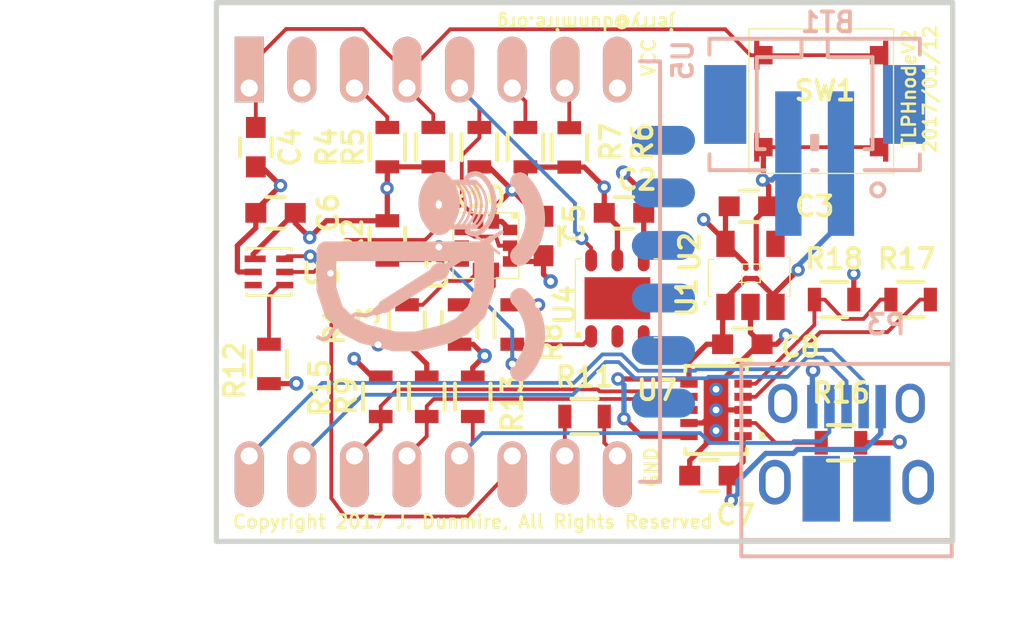
<source format=kicad_pcb>
(kicad_pcb (version 20221018) (generator pcbnew)
  (layers (0 "F.Cu" signal) (1 "In1.Cu" power "In1.Cu.GND") (2 "In2.Cu" power "In2.Cu.VCC") (31 "B.Cu" signal) (34 "B.Paste" user) (35 "F.Paste" user) (36 "B.SilkS" user "B.Silkscreen") (37 "F.SilkS" user "F.Silkscreen") (38 "B.Mask" user) (39 "F.Mask" user) (44 "Edge.Cuts" user))
  (net 0 "")
  (net 1 "GND")
  (net 2 "VCC")
  (net 3 "Net-(C4-Pad1)")
  (net 4 "Net-(R1-Pad2)")
  (net 5 "Net-(R2-Pad2)")
  (net 6 "Net-(R3-Pad2)")
  (net 7 "Net-(R4-Pad2)")
  (net 8 "Net-(R6-Pad1)")
  (net 9 "Net-(R7-Pad1)")
  (net 10 "Net-(R11-Pad1)")
  (net 11 "+BATT")
  (net 12 "/power/VDD")
  (net 13 "/node/PGM")
  (net 14 "/node/RXD")
  (net 15 "/node/TXD")
  (net 16 "/node/I2C_SDA")
  (net 17 "/node/CHRG")
  (net 18 "/node/I2C_SCL")
  (net 19 "Net-(R12-Pad2)")
  (net 20 "/node/CTRL")
  (net 21 "Net-(R16-Pad1)")
  (net 22 "Net-(R17-Pad2)")
  (net 23 "+3V3")
  (footprint "Capacitors_SMD:C_0603" (layer "F.Cu") (at 146 88.5)
    (fp_text reference "C2" (at 0.5 -1.25) (layer "F.SilkS") (effects (font (size 0.75 0.75))))
    (fp_text value "0.1 uF")
    (pad "1" smd rect (at -0.75 0) (size 0.8 0.75) (layers "F.Cu" "F.Paste" "F.Mask") (net 2 "VCC"))
    (pad "2" smd rect (at 0.75 0) (size 0.8 0.75) (layers "F.Cu" "F.Paste" "F.Mask") (net 1 "GND"))
  )
  (footprint "Capacitors_SMD:C_0603" (layer "F.Cu") (at 150.75 88.25)
    (fp_text reference "C3" (at 2.5 0) (layer "F.SilkS") (effects (font (size 0.75 0.75))))
    (fp_text value "1 uF")
    (pad "1" smd rect (at -0.75 0) (size 0.8 0.75) (layers "F.Cu" "F.Paste" "F.Mask") (net 2 "VCC"))
    (pad "2" smd rect (at 0.75 0) (size 0.8 0.75) (layers "F.Cu" "F.Paste" "F.Mask") (net 1 "GND"))
  )
  (footprint "Capacitors_SMD:C_0603" (layer "F.Cu") (at 132 86 -90)
    (fp_text reference "C4" (at 0 -1.3 270) (layer "F.SilkS") (effects (font (size 0.75 0.75))))
    (fp_text value "0.1 uF")
    (pad "1" smd rect (at -0.75 0 270) (size 0.8 0.75) (layers "F.Cu" "F.Paste" "F.Mask") (net 3 "Net-(C4-Pad1)"))
    (pad "2" smd rect (at 0.75 0 270) (size 0.8 0.75) (layers "F.Cu" "F.Paste" "F.Mask") (net 1 "GND"))
  )
  (footprint "Capacitors_SMD:C_0603" (layer "F.Cu") (at 142.94 89.38 -90)
    (fp_text reference "C5" (at -0.48 -1.16 270) (layer "F.SilkS") (effects (font (size 0.75 0.75))))
    (fp_text value "0.1 uF")
    (pad "1" smd rect (at -0.75 0 270) (size 0.8 0.75) (layers "F.Cu" "F.Paste" "F.Mask") (net 2 "VCC"))
    (pad "2" smd rect (at 0.75 0 270) (size 0.8 0.75) (layers "F.Cu" "F.Paste" "F.Mask") (net 1 "GND"))
  )
  (footprint "Capacitors_SMD:C_0603" (layer "F.Cu") (at 132.75 88.5 180)
    (fp_text reference "C6" (at -2 0 270) (layer "F.SilkS") (effects (font (size 0.75 0.75))))
    (fp_text value "0.1 uF")
    (pad "1" smd rect (at -0.75 0 180) (size 0.8 0.75) (layers "F.Cu" "F.Paste" "F.Mask") (net 2 "VCC"))
    (pad "2" smd rect (at 0.75 0 180) (size 0.8 0.75) (layers "F.Cu" "F.Paste" "F.Mask") (net 1 "GND"))
  )
  (footprint "Resistors_SMD:R_0603" (layer "F.Cu") (at 137.75 92.75 90)
    (fp_text reference "R1" (at -0.04 -2.75 90) (layer "F.SilkS") (effects (font (size 0.75 0.75))))
    (fp_text value "4.7k")
    (pad "1" smd rect (at -0.75 0 90) (size 0.5 0.9) (layers "F.Cu" "F.Paste" "F.Mask") (net 2 "VCC"))
    (pad "2" smd rect (at 0.75 0 90) (size 0.5 0.9) (layers "F.Cu" "F.Paste" "F.Mask") (net 4 "Net-(R1-Pad2)"))
  )
  (footprint "Resistors_SMD:R_0603" (layer "F.Cu") (at 137 89.55 -90)
    (fp_text reference "R2" (at -0.1 1.33 270) (layer "F.SilkS") (effects (font (size 0.75 0.75))))
    (fp_text value "4.7k")
    (pad "1" smd rect (at -0.75 0 270) (size 0.5 0.9) (layers "F.Cu" "F.Paste" "F.Mask") (net 2 "VCC"))
    (pad "2" smd rect (at 0.75 0 270) (size 0.5 0.9) (layers "F.Cu" "F.Paste" "F.Mask") (net 5 "Net-(R2-Pad2)"))
  )
  (footprint "Resistors_SMD:R_0603" (layer "F.Cu") (at 139.75 92.75 90)
    (fp_text reference "R3" (at -0.05 -3.45 90) (layer "F.SilkS") (effects (font (size 0.75 0.75))))
    (fp_text value "4.7k")
    (pad "1" smd rect (at -0.75 0 90) (size 0.5 0.9) (layers "F.Cu" "F.Paste" "F.Mask") (net 2 "VCC"))
    (pad "2" smd rect (at 0.75 0 90) (size 0.5 0.9) (layers "F.Cu" "F.Paste" "F.Mask") (net 6 "Net-(R3-Pad2)"))
  )
  (footprint "Resistors_SMD:R_0603" (layer "F.Cu") (at 137 86 90)
    (fp_text reference "R4" (at 0 -2.3 90) (layer "F.SilkS") (effects (font (size 0.75 0.75))))
    (fp_text value "4.7k")
    (pad "1" smd rect (at -0.75 0 90) (size 0.5 0.9) (layers "F.Cu" "F.Paste" "F.Mask") (net 2 "VCC"))
    (pad "2" smd rect (at 0.75 0 90) (size 0.5 0.9) (layers "F.Cu" "F.Paste" "F.Mask") (net 7 "Net-(R4-Pad2)"))
  )
  (footprint "Resistors_SMD:R_0603" (layer "F.Cu") (at 138.75 86 90)
    (fp_text reference "R5" (at 0 -3.05 90) (layer "F.SilkS") (effects (font (size 0.75 0.75))))
    (fp_text value "10k")
    (pad "1" smd rect (at -0.75 0 90) (size 0.5 0.9) (layers "F.Cu" "F.Paste" "F.Mask") (net 2 "VCC"))
    (pad "2" smd rect (at 0.75 0 90) (size 0.5 0.9) (layers "F.Cu" "F.Paste" "F.Mask") (net 3 "Net-(C4-Pad1)"))
  )
  (footprint "Resistors_SMD:R_0603" (layer "F.Cu") (at 143.92 86.01 -90)
    (fp_text reference "R6" (at -0.21 -2.78 270) (layer "F.SilkS") (effects (font (size 0.75 0.75))))
    (fp_text value "10k")
    (pad "1" smd rect (at -0.75 0 270) (size 0.5 0.9) (layers "F.Cu" "F.Paste" "F.Mask") (net 8 "Net-(R6-Pad1)"))
    (pad "2" smd rect (at 0.75 0 270) (size 0.5 0.9) (layers "F.Cu" "F.Paste" "F.Mask") (net 2 "VCC"))
  )
  (footprint "Resistors_SMD:R_0603" (layer "F.Cu") (at 142.25 86 -90)
    (fp_text reference "R7" (at -0.2 -3.25 270) (layer "F.SilkS") (effects (font (size 0.75 0.75))))
    (fp_text value "10k")
    (pad "1" smd rect (at -0.75 0 270) (size 0.5 0.9) (layers "F.Cu" "F.Paste" "F.Mask") (net 9 "Net-(R7-Pad1)"))
    (pad "2" smd rect (at 0.75 0 270) (size 0.5 0.9) (layers "F.Cu" "F.Paste" "F.Mask") (net 2 "VCC"))
  )
  (footprint "Resistors_SMD:R_0603" (layer "F.Cu") (at 141.75 92.75 -90)
    (fp_text reference "R8" (at 0.67 -1.5 270) (layer "F.SilkS") (effects (font (size 0.75 0.75))))
    (fp_text value "4.7k")
    (pad "1" smd rect (at -0.75 0 270) (size 0.5 0.9) (layers "F.Cu" "F.Paste" "F.Mask") (net 2 "VCC"))
    (pad "2" smd rect (at 0.75 0 270) (size 0.5 0.9) (layers "F.Cu" "F.Paste" "F.Mask") (net 16 "/node/I2C_SDA"))
  )
  (footprint "Resistors_SMD:R_0603" (layer "F.Cu") (at 138.5 95.5 -90)
    (fp_text reference "R9" (at -0.04 3.07 270) (layer "F.SilkS") (effects (font (size 0.75 0.75))))
    (fp_text value "10k")
    (pad "1" smd rect (at -0.75 0 270) (size 0.5 0.9) (layers "F.Cu" "F.Paste" "F.Mask") (net 2 "VCC"))
    (pad "2" smd rect (at 0.75 0 270) (size 0.5 0.9) (layers "F.Cu" "F.Paste" "F.Mask") (net 17 "/node/CHRG"))
  )
  (footprint "Resistors_SMD:R_0603" (layer "F.Cu") (at 140.5 86 90)
    (fp_text reference "R10" (at -1.9 -0.1 180) (layer "F.SilkS") (effects (font (size 0.75 0.75))))
    (fp_text value "4.7k")
    (pad "1" smd rect (at -0.75 0 90) (size 0.5 0.9) (layers "F.Cu" "F.Paste" "F.Mask") (net 2 "VCC"))
    (pad "2" smd rect (at 0.75 0 90) (size 0.5 0.9) (layers "F.Cu" "F.Paste" "F.Mask") (net 18 "/node/I2C_SCL"))
  )
  (footprint "Resistors_SMD:R_0603" (layer "F.Cu") (at 144.5 96.25)
    (fp_text reference "R11" (at 0 -1.5) (layer "F.SilkS") (effects (font (size 0.75 0.75))))
    (fp_text value "4.7k")
    (pad "1" smd rect (at -0.75 0) (size 0.5 0.9) (layers "F.Cu" "F.Paste" "F.Mask") (net 10 "Net-(R11-Pad1)"))
    (pad "2" smd rect (at 0.75 0) (size 0.5 0.9) (layers "F.Cu" "F.Paste" "F.Mask") (net 1 "GND"))
  )
  (footprint "Resistors_SMD:R_0603" (layer "F.Cu") (at 132.5 94.25 90)
    (fp_text reference "R12" (at -0.25 -1.3 90) (layer "F.SilkS") (effects (font (size 0.75 0.75))))
    (fp_text value "4.7k")
    (pad "1" smd rect (at -0.75 0 90) (size 0.5 0.9) (layers "F.Cu" "F.Paste" "F.Mask") (net 2 "VCC"))
    (pad "2" smd rect (at 0.75 0 90) (size 0.5 0.9) (layers "F.Cu" "F.Paste" "F.Mask") (net 19 "Net-(R12-Pad2)"))
  )
  (footprint "Resistors_SMD:R_0603" (layer "F.Cu") (at 140.25 95.5 -90)
    (fp_text reference "R13" (at 0.25 -1.5 270) (layer "F.SilkS") (effects (font (size 0.75 0.75))))
    (fp_text value "4.7k")
    (pad "1" smd rect (at -0.75 0 270) (size 0.5 0.9) (layers "F.Cu" "F.Paste" "F.Mask") (net 2 "VCC"))
    (pad "2" smd rect (at 0.75 0 270) (size 0.5 0.9) (layers "F.Cu" "F.Paste" "F.Mask") (net 13 "/node/PGM"))
  )
  (footprint "rockingdlabs:ESwitch-SMD-4" (layer "F.Cu") (at 153.5 84.25 180)
    (fp_text reference "SW1" (at -0.14 0.4 180) (layer "F.SilkS") (effects (font (size 0.75 0.75))))
    (fp_text value "Reset")
    (pad "1" smd rect (at -2.45 -1.75 180) (size 0.2 1.1) (layers "F.Cu" "F.Paste" "F.Mask") (net 1 "GND"))
    (pad "1" smd rect (at -2.2 -1.75 180) (size 0.7 0.7) (layers "F.Cu" "F.Paste" "F.Mask") (net 1 "GND"))
    (pad "1" smd rect (at 2.2 -1.75 180) (size 0.7 0.7) (layers "F.Cu" "F.Paste" "F.Mask") (net 1 "GND"))
    (pad "1" smd rect (at 2.45 -1.75 180) (size 0.2 1.1) (layers "F.Cu" "F.Paste" "F.Mask") (net 1 "GND"))
    (pad "2" smd rect (at -2.45 1.75 180) (size 0.2 1.1) (layers "F.Cu" "F.Paste" "F.Mask") (net 3 "Net-(C4-Pad1)"))
    (pad "2" smd rect (at -2.2 1.75 180) (size 0.7 0.7) (layers "F.Cu" "F.Paste" "F.Mask") (net 3 "Net-(C4-Pad1)"))
    (pad "2" smd rect (at 2.2 1.75 180) (size 0.7 0.7) (layers "F.Cu" "F.Paste" "F.Mask") (net 3 "Net-(C4-Pad1)"))
    (pad "2" smd rect (at 2.45 1.75 180) (size 0.2 1.1) (layers "F.Cu" "F.Paste" "F.Mask") (net 3 "Net-(C4-Pad1)"))
  )
  (footprint "rockingdlabs:NCP703-TSOP-5" (layer "F.Cu") (at 150.81 90.88 180)
    (fp_text reference "U1" (at 2.42 -0.84 90) (layer "F.SilkS") (effects (font (size 0.75 0.75))))
    (fp_text value "NCP703")
    (pad "1" smd rect (at 0.95 -1.2 180) (size 0.7 1) (layers "F.Cu" "F.Paste" "F.Mask") (net 11 "+BATT"))
    (pad "2" smd rect (at 0 -1.2 180) (size 0.7 1) (layers "F.Cu" "F.Paste" "F.Mask") (net 1 "GND"))
    (pad "3" smd rect (at -0.95 -1.2 180) (size 0.7 1) (layers "F.Cu" "F.Paste" "F.Mask") (net 11 "+BATT"))
    (pad "4" smd rect (at -0.95 1.2 180) (size 0.7 1) (layers "F.Cu" "F.Paste" "F.Mask"))
    (pad "5" smd rect (at 0.95 1.2 180) (size 0.7 1) (layers "F.Cu" "F.Paste" "F.Mask") (net 2 "VCC"))
  )
  (footprint "rockingdlabs:LD39130S-FlipChip-4" (layer "F.Cu") (at 150.83 90.8 90)
    (fp_text reference "U2" (at 0.8 -2.33 90) (layer "F.SilkS") (effects (font (size 0.75 0.75))))
    (fp_text value "LD39130S")
    (pad "A1" smd circle (at -0.2 -0.2 90) (size 0.22 0.22) (layers "F.Cu" "F.Paste" "F.Mask") (net 11 "+BATT"))
    (pad "A2" smd circle (at 0.2 -0.2 90) (size 0.22 0.22) (layers "F.Cu" "F.Paste" "F.Mask") (net 2 "VCC"))
    (pad "B1" smd circle (at -0.2 0.2 90) (size 0.22 0.22) (layers "F.Cu" "F.Paste" "F.Mask") (net 11 "+BATT"))
    (pad "B2" smd circle (at 0.2 0.2 90) (size 0.22 0.22) (layers "F.Cu" "F.Paste" "F.Mask") (net 1 "GND"))
  )
  (footprint "rockingdlabs:LPS25HB-HLGA-10L-2.5x2.5mm" (layer "F.Cu") (at 140.75 89.75 -90)
    (fp_text reference "U3" (at 0.95 1.85 90) (layer "F.SilkS") (effects (font (size 0.75 0.75))))
    (fp_text value "LPS25HB")
    (pad "1" smd rect (at -0.92 -0.3 270) (size 0.55 0.4) (layers "F.Cu" "F.Paste" "F.Mask") (net 2 "VCC"))
    (pad "2" smd rect (at -0.92 0.3 270) (size 0.55 0.4) (layers "F.Cu" "F.Paste" "F.Mask") (net 18 "/node/I2C_SCL"))
    (pad "3" smd rect (at -0.6 0.92 270) (size 0.4 0.55) (layers "F.Cu" "F.Paste" "F.Mask") (net 1 "GND"))
    (pad "4" smd rect (at 0 0.92 270) (size 0.4 0.55) (layers "F.Cu" "F.Paste" "F.Mask") (net 16 "/node/I2C_SDA"))
    (pad "5" smd rect (at 0.6 0.92 270) (size 0.4 0.55) (layers "F.Cu" "F.Paste" "F.Mask") (net 5 "Net-(R2-Pad2)"))
    (pad "6" smd rect (at 0.92 0.3 270) (size 0.55 0.4) (layers "F.Cu" "F.Paste" "F.Mask") (net 4 "Net-(R1-Pad2)"))
    (pad "7" smd rect (at 0.92 -0.3 270) (size 0.55 0.4) (layers "F.Cu" "F.Paste" "F.Mask") (net 6 "Net-(R3-Pad2)"))
    (pad "8" smd rect (at 0.6 -0.92 270) (size 0.4 0.55) (layers "F.Cu" "F.Paste" "F.Mask") (net 1 "GND"))
    (pad "9" smd rect (at 0 -0.92 270) (size 0.4 0.55) (layers "F.Cu" "F.Paste" "F.Mask") (net 1 "GND"))
    (pad "10" smd rect (at -0.6 -0.92 270) (size 0.4 0.55) (layers "F.Cu" "F.Paste" "F.Mask") (net 2 "VCC"))
  )
  (footprint "rockingdlabs:Si7006_A20-DFN-6" (layer "F.Cu") (at 145.75 91.75 90)
    (fp_text reference "U4" (at -0.25 -2 270) (layer "F.SilkS") (effects (font (size 0.75 0.75))))
    (fp_text value "Si7006-A20")
    (pad "" smd rect (at 0 0 90) (size 1.6 2.5) (layers "F.Cu" "F.Paste" "F.Mask"))
    (pad "1" smd oval (at -1.45 -1 90) (size 0.85 0.45) (layers "F.Cu" "F.Paste" "F.Mask") (net 16 "/node/I2C_SDA"))
    (pad "2" smd oval (at -1.45 0 90) (size 0.85 0.45) (layers "F.Cu" "F.Paste" "F.Mask"))
    (pad "3" smd oval (at -1.45 1 90) (size 0.85 0.45) (layers "F.Cu" "F.Paste" "F.Mask"))
    (pad "4" smd oval (at 1.45 1 90) (size 0.85 0.45) (layers "F.Cu" "F.Paste" "F.Mask") (net 1 "GND"))
    (pad "5" smd oval (at 1.45 0 90) (size 0.85 0.45) (layers "F.Cu" "F.Paste" "F.Mask") (net 2 "VCC"))
    (pad "6" smd oval (at 1.45 -1 90) (size 0.85 0.45) (layers "F.Cu" "F.Paste" "F.Mask") (net 18 "/node/I2C_SCL"))
  )
  (footprint "rockingdlabs:ISL29035-DFN-6-1.5x1.6mm_Pitch0.5mm" (layer "F.Cu") (at 132.5 90.75)
    (fp_text reference "U6" (at 2 0.05) (layer "F.SilkS") (effects (font (size 0.75 0.75))))
    (fp_text value "ISL29035")
    (pad "1" smd rect (at -0.6 -0.5) (size 0.8 0.25) (drill (offset 0.075 0)) (layers "F.Cu" "F.Paste" "F.Mask") (net 2 "VCC"))
    (pad "2" smd rect (at -0.6 0) (size 0.65 0.25) (layers "F.Cu" "F.Paste" "F.Mask") (net 1 "GND"))
    (pad "3" smd rect (at -0.6 0.5) (size 0.65 0.25) (layers "F.Cu" "F.Paste" "F.Mask"))
    (pad "4" smd rect (at 0.6 0.5) (size 0.65 0.25) (layers "F.Cu" "F.Paste" "F.Mask") (net 19 "Net-(R12-Pad2)"))
    (pad "5" smd rect (at 0.6 0) (size 0.65 0.25) (layers "F.Cu" "F.Paste" "F.Mask") (net 18 "/node/I2C_SCL"))
    (pad "6" smd rect (at 0.6 -0.5) (size 0.65 0.25) (layers "F.Cu" "F.Paste" "F.Mask") (net 16 "/node/I2C_SDA"))
  )
  (footprint "Capacitors_SMD:C_0603" (layer "F.Cu") (at 149.25 98.5 180)
    (fp_text reference "C7" (at -1 -1.5 180) (layer "F.SilkS") (effects (font (size 0.75 0.75))))
    (fp_text value "1 uF")
    (pad "1" smd rect (at -0.75 0 180) (size 0.8 0.75) (layers "F.Cu" "F.Paste" "F.Mask") (net 12 "/power/VDD"))
    (pad "2" smd rect (at 0.75 0 180) (size 0.8 0.75) (layers "F.Cu" "F.Paste" "F.Mask") (net 1 "GND"))
  )
  (footprint "Capacitors_SMD:C_0603" (layer "F.Cu") (at 150.5 93.5)
    (fp_text reference "C8" (at 2.2 0.1) (layer "F.SilkS") (effects (font (size 0.75 0.75))))
    (fp_text value "2 uF")
    (pad "1" smd rect (at -0.75 0) (size 0.8 0.75) (layers "F.Cu" "F.Paste" "F.Mask") (net 11 "+BATT"))
    (pad "2" smd rect (at 0.75 0) (size 0.8 0.75) (layers "F.Cu" "F.Paste" "F.Mask") (net 1 "GND"))
  )
  (footprint "Resistors_SMD:R_0603" (layer "F.Cu") (at 136.75 95.5 90)
    (fp_text reference "R15" (at 0.34 -2.31 90) (layer "F.SilkS") (effects (font (size 0.75 0.75))))
    (fp_text value "10k")
    (pad "1" smd rect (at -0.75 0 90) (size 0.5 0.9) (layers "F.Cu" "F.Paste" "F.Mask") (net 20 "/node/CTRL"))
    (pad "2" smd rect (at 0.75 0 90) (size 0.5 0.9) (layers "F.Cu" "F.Paste" "F.Mask") (net 1 "GND"))
  )
  (footprint "Resistors_SMD:R_0603" (layer "F.Cu") (at 154.25 97.25)
    (fp_text reference "R16" (at 0 -1.9) (layer "F.SilkS") (effects (font (size 0.75 0.75))))
    (fp_text value "1k")
    (pad "1" smd rect (at -0.75 0) (size 0.5 0.9) (layers "F.Cu" "F.Paste" "F.Mask") (net 21 "Net-(R16-Pad1)"))
    (pad "2" smd rect (at 0.75 0) (size 0.5 0.9) (layers "F.Cu" "F.Paste" "F.Mask") (net 1 "GND"))
  )
  (footprint "Resistors_SMD:R_0603" (layer "F.Cu") (at 156.9 91.8 180)
    (fp_text reference "R17" (at 0.15 1.55 180) (layer "F.SilkS") (effects (font (size 0.75 0.75))))
    (fp_text value "487k")
    (pad "1" smd rect (at -0.75 0 180) (size 0.5 0.9) (layers "F.Cu" "F.Paste" "F.Mask") (net 23 "+3V3"))
    (pad "2" smd rect (at 0.75 0 180) (size 0.5 0.9) (layers "F.Cu" "F.Paste" "F.Mask") (net 22 "Net-(R17-Pad2)"))
  )
  (footprint "Resistors_SMD:R_0603" (layer "F.Cu") (at 153.99 91.8)
    (fp_text reference "R18" (at 0 -1.55) (layer "F.SilkS") (effects (font (size 0.75 0.75))))
    (fp_text value "100k")
    (pad "1" smd rect (at -0.75 0) (size 0.5 0.9) (layers "F.Cu" "F.Paste" "F.Mask") (net 22 "Net-(R17-Pad2)"))
    (pad "2" smd rect (at 0.75 0) (size 0.5 0.9) (layers "F.Cu" "F.Paste" "F.Mask") (net 1 "GND"))
  )
  (footprint "rockingdlabs:bq25070_DQC_10-DQC10_P84X2P4" (layer "F.Cu") (at 149.5 96 180)
    (fp_text reference "U7" (at 2.25 0.75 180) (layer "F.SilkS") (effects (font (size 0.75 0.75))))
    (fp_text value "bq25070" hide)
    (pad "1" smd rect (at -1.0287 -0.99822 180) (size 0.6604 0.3048) (layers "F.Cu" "F.Paste" "F.Mask") (net 12 "/power/VDD"))
    (pad "2" smd rect (at -1.0287 -0.49784 180) (size 0.6604 0.3048) (layers "F.Cu" "F.Paste" "F.Mask") (net 21 "Net-(R16-Pad1)"))
    (pad "3" smd rect (at -1.0287 0 180) (size 0.6604 0.3048) (layers "F.Cu" "F.Paste" "F.Mask") (net 1 "GND"))
    (pad "4" smd rect (at -1.0287 0.49784 180) (size 0.6604 0.3048) (layers "F.Cu" "F.Paste" "F.Mask") (net 23 "+3V3"))
    (pad "5" smd rect (at -1.0287 0.99822 180) (size 0.6604 0.3048) (layers "F.Cu" "F.Paste" "F.Mask") (net 22 "Net-(R17-Pad2)"))
    (pad "6" smd rect (at 1.0287 0.99822 180) (size 0.6604 0.3048) (layers "F.Cu" "F.Paste" "F.Mask") (net 11 "+BATT"))
    (pad "7" smd rect (at 1.0287 0.49784 180) (size 0.6604 0.3048) (layers "F.Cu" "F.Paste" "F.Mask") (net 20 "/node/CTRL"))
    (pad "8" smd rect (at 1.0287 0 180) (size 0.6604 0.3048) (layers "F.Cu" "F.Paste" "F.Mask") (net 17 "/node/CHRG"))
    (pad "9" smd rect (at 1.0287 -0.49784 180) (size 0.6604 0.3048) (layers "F.Cu" "F.Paste" "F.Mask") (net 1 "GND"))
    (pad "10" smd rect (at 1.0287 -0.99822 180) (size 0.6604 0.3048) (layers "F.Cu" "F.Paste" "F.Mask") (net 11 "+BATT"))
    (pad "11" thru_hole circle (at 0 -0.7874 180) (size 0.508 0.508) (drill 0.254) (layers "*.Cu" "*.Paste" "*.Mask") (net 1 "GND"))
    (pad "11" thru_hole circle (at 0 0 180) (size 0.508 0.508) (drill 0.254) (layers "*.Cu" "*.Paste" "*.Mask") (net 1 "GND"))
    (pad "11" smd rect (at 0 0 180) (size 0.9398 2.5146) (layers "F.Cu" "F.Paste" "F.Mask") (net 1 "GND"))
    (pad "11" thru_hole circle (at 0 0.7874 180) (size 0.508 0.508) (drill 0.254) (layers "*.Cu" "*.Paste" "*.Mask") (net 1 "GND"))
  )
  (footprint "ESP8266:ESP-12E" (layer "B.Cu") (at 131.75 83.75 -90)
    (fp_text reference "U5" (at -1.06 -16.49 270) (layer "B.SilkS") (effects (font (size 0.75 0.75)) (justify mirror)))
    (fp_text value "ESP-12E")
    (pad "1" thru_hole rect (at 0 0 270) (size 2.5 1.1) (drill 0.65 (offset -0.7 0)) (layers "*.Cu" "*.Mask" "B.SilkS") (net 3 "Net-(C4-Pad1)"))
    (pad "2" thru_hole oval (at 0 -2 270) (size 2.5 1.1) (drill 0.65 (offset -0.7 0)) (layers "*.Cu" "*.Mask" "B.SilkS"))
    (pad "3" thru_hole oval (at 0 -4 270) (size 2.5 1.1) (drill 0.65 (offset -0.7 0)) (layers "*.Cu" "*.Mask" "B.SilkS") (net 7 "Net-(R4-Pad2)"))
    (pad "4" thru_hole oval (at 0 -6 270) (size 2.5 1.1) (drill 0.65 (offset -0.7 0)) (layers "*.Cu" "*.Mask" "B.SilkS") (net 3 "Net-(C4-Pad1)"))
    (pad "5" thru_hole oval (at 0 -8 270) (size 2.5 1.1) (drill 0.65 (offset -0.7 0)) (layers "*.Cu" "*.Mask" "B.SilkS") (net 18 "/node/I2C_SCL"))
    (pad "6" thru_hole oval (at 0 -10 270) (size 2.5 1.1) (drill 0.65 (offset -0.7 0)) (layers "*.Cu" "*.Mask" "B.SilkS") (net 9 "Net-(R7-Pad1)"))
    (pad "7" thru_hole oval (at 0 -12 270) (size 2.5 1.1) (drill 0.65 (offset -0.7 0)) (layers "*.Cu" "*.Mask" "B.SilkS") (net 8 "Net-(R6-Pad1)"))
    (pad "8" thru_hole oval (at 0 -14 270) (size 2.5 1.1) (drill 0.65 (offset -0.7 0)) (layers "*.Cu" "*.Mask" "B.SilkS") (net 2 "VCC"))
    (pad "9" thru_hole oval (at 14 -14 270) (size 2.5 1.1) (drill 0.65 (offset 0.7 0)) (layers "*.Cu" "*.Mask" "B.SilkS") (net 1 "GND"))
    (pad "10" thru_hole oval (at 14 -12 270) (size 2.5 1.1) (drill 0.65 (offset 0.6 0)) (layers "*.Cu" "*.Mask" "B.SilkS") (net 10 "Net-(R11-Pad1)"))
    (pad "11" thru_hole oval (at 14 -10 270) (size 2.5 1.1) (drill 0.65 (offset 0.7 0)) (layers "*.Cu" "*.Mask" "B.SilkS") (net 16 "/node/I2C_SDA"))
    (pad "12" thru_hole oval (at 14 -8 270) (size 2.5 1.1) (drill 0.65 (offset 0.7 0)) (layers "*.Cu" "*.Mask" "B.SilkS") (net 13 "/node/PGM"))
    (pad "13" thru_hole oval (at 14 -6 270) (size 2.5 1.1) (drill 0.65 (offset 0.7 0)) (layers "*.Cu" "*.Mask" "B.SilkS") (net 17 "/node/CHRG"))
    (pad "14" thru_hole oval (at 14 -4 270) (size 2.5 1.1) (drill 0.65 (offset 0.7 0)) (layers "*.Cu" "*.Mask" "B.SilkS") (net 20 "/node/CTRL"))
    (pad "15" thru_hole oval (at 14 -2 270) (size 2.5 1.1) (drill 0.65 (offset 0.7 0)) (layers "*.Cu" "*.Mask" "B.SilkS") (net 14 "/node/RXD"))
    (pad "16" thru_hole oval (at 14 0 270) (size 2.5 1.1) (drill 0.65 (offset 0.7 0)) (layers "*.Cu" "*.Mask" "B.SilkS") (net 15 "/node/TXD"))
    (pad "17" smd oval (at 1.99 -15.75 180) (size 2.4 1.1) (layers "B.Cu" "B.Paste" "B.Mask"))
    (pad "18" smd oval (at 3.99 -15.75 180) (size 2.4 1.1) (layers "B.Cu" "B.Paste" "B.Mask"))
    (pad "19" smd oval (at 5.99 -15.75 180) (size 2.4 1.1) (layers "B.Cu" "B.Paste" "B.Mask"))
    (pad "20" smd oval (at 7.99 -15.75 180) (size 2.4 1.1) (layers "B.Cu" "B.Paste" "B.Mask"))
    (pad "21" smd oval (at 9.99 -15.75 180) (size 2.4 1.1) (layers "B.Cu" "B.Paste" "B.Mask"))
    (pad "22" smd oval (at 11.99 -15.75 180) (size 2.4 1.1) (layers "B.Cu" "B.Paste" "B.Mask"))
  )
  (footprint "Connectors_JST:JST_PH_B2B-PH-SM4-TB_02x2.00mm_Straight" (layer "B.Cu") (at 153.25 85.5 180)
    (fp_text reference "BT1" (at -0.5 4.25 180) (layer "B.SilkS") (effects (font (size 0.75 0.75)) (justify mirror)))
    (fp_text value "LiFeP04")
    (pad "" smd rect (at -3.4 1.125 180) (size 1.6 3) (layers "B.Cu" "B.Paste" "B.Mask"))
    (pad "" smd rect (at 3.4 1.125 180) (size 1.6 3) (layers "B.Cu" "B.Paste" "B.Mask"))
    (pad "1" smd rect (at -1 -1.125 180) (size 1 5.5) (layers "B.Cu" "B.Paste" "B.Mask") (net 11 "+BATT"))
    (pad "2" smd rect (at 1 -1.125 180) (size 1 5.5) (layers "B.Cu" "B.Paste" "B.Mask") (net 1 "GND"))
  )
  (footprint "Connect:USB_Micro-B_10103594-0001LF" (layer "B.Cu") (at 154.4625 97.375 180)
    (fp_text reference "P3" (at -1.5 4.625 180) (layer "B.SilkS") (effects (font (size 0.75 0.75)) (justify mirror)))
    (fp_text value "USB (power only)")
    (pad "1" smd rect (at -1.3 1.5 90) (size 1.65 0.4) (layers "B.Cu" "B.Paste" "B.Mask") (net 12 "/power/VDD"))
    (pad "2" smd rect (at -0.65 1.5 90) (size 1.65 0.4) (layers "B.Cu" "B.Paste" "B.Mask") (net 15 "/node/TXD"))
    (pad "3" smd rect (at -0.0009 1.5 90) (size 1.65 0.4) (layers "B.Cu" "B.Paste" "B.Mask") (net 14 "/node/RXD"))
    (pad "4" smd rect (at 0.65 1.5 90) (size 1.65 0.4) (layers "B.Cu" "B.Paste" "B.Mask") (net 13 "/node/PGM"))
    (pad "5" smd rect (at 1.3 1.5 90) (size 1.65 0.4) (layers "B.Cu" "B.Paste" "B.Mask") (net 1 "GND"))
    (pad "6" thru_hole oval (at -2.725 -1.375 90) (size 1.7 1.2) (drill oval 1.2 0.7) (layers "*.Cu" "*.Mask"))
    (pad "6" thru_hole oval (at -2.425 1.625 90) (size 1.5 1.1) (drill oval 1.05 0.65) (layers "*.Cu" "*.Mask"))
    (pad "6" smd rect (at -0.9625 -1.625 90) (size 2.5 1.425) (layers "B.Cu" "B.Paste" "B.Mask"))
    (pad "6" smd rect (at 0.9625 -1.625 90) (size 2.5 1.425) (layers "B.Cu" "B.Paste" "B.Mask"))
    (pad "6" thru_hole oval (at 2.425 1.625 90) (size 1.5 1.1) (drill oval 1.05 0.65) (layers "*.Cu" "*.Mask"))
    (pad "6" thru_hole oval (at 2.725 -1.375 90) (size 1.7 1.2) (drill oval 1.2 0.7) (layers "*.Cu" "*.Mask"))
  )
  (footprint "rockingDLogos:RockingDLogo_9x7" (layer "B.Cu") (at 142.97 90.91 -90)
    (fp_text reference "Ref**" hide)
    (fp_text value "RockingDLogo_9x7")
    (fp_text user "D" (at 0.625 5.025 270) (layer "B.SilkS") (effects (font (size 6 6) (thickness 0.75)) (justify mirror)))
  )
  (gr_line (start 130.5 101) (end 158.5 101) (stroke (width 0.2)) (layer "Edge.Cuts"))
  (gr_line (start 130.5 80.5) (end 130.5 101) (stroke (width 0.2)) (layer "Edge.Cuts"))
  (gr_line (start 158.5 80.5) (end 130.5 80.5) (stroke (width 0.2)) (layer "Edge.Cuts"))
  (gr_line (start 158.5 101) (end 158.5 80.5) (stroke (width 0.2)) (layer "Edge.Cuts"))
  (gr_text "GND" (at 147.04 98.19 90) (layer "F.SilkS") (effects (font (size 0.5 0.5) (thickness 0.1))))
  (gr_text "Copyright 2017 J. Dunmire, All Rights Reserved" (at 140.25 100.25) (layer "F.SilkS") (effects (font (size 0.5 0.5) (thickness 0.1))))
  (gr_text "TLPHnodeV2\n2017/01/12" (at 157.24 83.79 90) (layer "F.SilkS") (effects (font (size 0.5 0.5) (thickness 0.1))))
  (gr_text "VCC" (at 146.94 82.59 90) (layer "F.SilkS") (effects (font (size 0.5 0.5) (thickness 0.1))))
  (gr_text "jerry@dunmire.org" (at 144.54 81.29 180) (layer "F.SilkS") (effects (font (size 0.5 0.5) (thickness 0.1))))
  (segment (start 149.753999 94.853275) (end 149.753999 94.958601) (width 0.2) (layer "F.Cu") (net 1))
  (segment (start 155 97.25) (end 156.45 97.25) (width 0.2) (layer "F.Cu") (net 1))
  (segment (start 141.129781 89.404781) (end 141.245 89.75) (width 0.15) (layer "F.Cu") (net 1))
  (segment (start 149.246001 97.041399) (end 149.5 96.7874) (width 0.2) (layer "F.Cu") (net 1))
  (segment (start 149.246001 97.178999) (end 149.246001 97.041399) (width 0.2) (layer "F.Cu") (net 1))
  (segment (start 150.81 92.08) (end 150.81 93.06) (width 0.2) (layer "F.Cu") (net 1))
  (segment (start 141.245 89.75) (end 141.67 89.75) (width 0.15) (layer "F.Cu") (net 1))
  (segment (start 151.5 87.48) (end 151.27 87.25) (width 0.2) (layer "F.Cu") (net 1))
  (segment (start 151.03 90.6) (end 151.03 88.72) (width 0.2) (layer "F.Cu") (net 1))
  (segment (start 139.83 89.15) (end 140.314781 89.404781) (width 0.15) (layer "F.Cu") (net 1))
  (segment (start 151.8 93.5) (end 152.15 93.15) (width 0.2) (layer "F.Cu") (net 1))
  (segment (start 151.3 86) (end 151.3 87.22) (width 0.2) (layer "F.Cu") (net 1))
  (segment (start 151.107274 93.5) (end 149.753999 94.853275) (width 0.2) (layer "F.Cu") (net 1))
  (segment (start 148.5 97.925) (end 149.246001 97.178999) (width 0.2) (layer "F.Cu") (net 1))
  (segment (start 132 88.5) (end 132 88.4) (width 0.2) (layer "F.Cu") (net 1))
  (segment (start 136.75 94.75) (end 136.44 94.75) (width 0.2) (layer "F.Cu") (net 1))
  (segment (start 142.94 90.84) (end 143.21 91.11) (width 0.2) (layer "F.Cu") (net 1))
  (segment (start 132 88.5) (end 132 89.075) (width 0.2) (layer "F.Cu") (net 1))
  (segment (start 131.300219 89.744781) (end 131.300219 90.705219) (width 0.2) (layer "F.Cu") (net 1))
  (segment (start 151.3 87.22) (end 151.27 87.25) (width 0.2) (layer "F.Cu") (net 1))
  (segment (start 150.81 93.06) (end 151.25 93.5) (width 0.2) (layer "F.Cu") (net 1))
  (segment (start 131.300219 90.705219) (end 131.345 90.75) (width 0.2) (layer "F.Cu") (net 1))
  (segment (start 141.67 90.35) (end 142.72 90.35) (width 0.2) (layer "F.Cu") (net 1))
  (segment (start 148.5 98.5) (end 148.5 97.925) (width 0.2) (layer "F.Cu") (net 1))
  (segment (start 140.314781 89.404781) (end 141.129781 89.404781) (width 0.15) (layer "F.Cu") (net 1))
  (segment (start 141.67 89.75) (end 141.67 90.35) (width 0.15) (layer "F.Cu") (net 1))
  (segment (start 150.5287 96) (end 149.5 96) (width 0.2) (layer "F.Cu") (net 1))
  (segment (start 154.74 91.8) (end 154.74 90.82) (width 0.2) (layer "F.Cu") (net 1))
  (segment (start 156.45 97.25) (end 156.48 97.22) (width 0.2) (layer "F.Cu") (net 1))
  (segment (start 136.44 94.75) (end 135.74 94.05) (width 0.2) (layer "F.Cu") (net 1))
  (segment (start 132 88.4) (end 132.94 87.46) (width 0.2) (layer "F.Cu") (net 1))
  (segment (start 132 86.75) (end 132.23 86.75) (width 0.2) (layer "F.Cu") (net 1))
  (segment (start 149.753999 94.958601) (end 149.5 95.2126) (width 0.2) (layer "F.Cu") (net 1))
  (segment (start 151.03 88.72) (end 151.5 88.25) (width 0.2) (layer "F.Cu") (net 1))
  (segment (start 149.00216 96.49784) (end 149.5 96) (width 0.2) (layer "F.Cu") (net 1))
  (segment (start 151.25 93.5) (end 151.107274 93.5) (width 0.2) (layer "F.Cu") (net 1))
  (segment (start 151.3 86) (end 155.7 86) (width 0.14478) (layer "F.Cu") (net 1))
  (segment (start 148.4713 96.49784) (end 149.00216 96.49784) (width 0.2) (layer "F.Cu") (net 1))
  (segment (start 145.25 97.25) (end 145.25 96.25) (width 0.14478) (layer "F.Cu") (net 1))
  (segment (start 131.345 90.75) (end 131.9 90.75) (width 0.2) (layer "F.Cu") (net 1))
  (segment (start 146.75 90.3) (end 146.75 88.5) (width 0.2) (layer "F.Cu") (net 1))
  (segment (start 145.75 97.75) (end 145.25 97.25) (width 0.14478) (layer "F.Cu") (net 1))
  (segment (start 132 89.075) (end 131.300219 89.744781) (width 0.2) (layer "F.Cu") (net 1))
  (segment (start 146.75 87.75) (end 145.97 86.97) (width 0.2) (layer "F.Cu") (net 1))
  (segment (start 151.5 88.25) (end 151.5 87.48) (width 0.2) (layer "F.Cu") (net 1))
  (segment (start 146.75 88.5) (end 146.75 87.75) (width 0.2) (layer "F.Cu") (net 1))
  (segment (start 142.94 90.13) (end 142.94 90.84) (width 0.2) (layer "F.Cu") (net 1))
  (segment (start 142.72 90.35) (end 142.94 90.13) (width 0.2) (layer "F.Cu") (net 1))
  (segment (start 132.23 86.75) (end 132.94 87.46) (width 0.2) (layer "F.Cu") (net 1))
  (segment (start 151.25 93.5) (end 151.8 93.5) (width 0.2) (layer "F.Cu") (net 1))
  (via (at 153.19 94.5) (size 0.55) (drill 0.27) (layers "F.Cu" "B.Cu") (net 1))
  (via (at 156.48 97.22) (size 0.55) (drill 0.27) (layers "F.Cu" "B.Cu") (net 1))
  (via (at 132.94 87.46) (size 0.508) (drill 0.254) (layers "F.Cu" "B.Cu") (net 1))
  (via (at 154.74 90.82) (size 0.508) (drill 0.254) (layers "F.Cu" "B.Cu") (net 1))
  (via (at 152.15 93.15) (size 0.508) (drill 0.254) (layers "F.Cu" "B.Cu") (net 1))
  (via (at 143.21 91.11) (size 0.55) (drill 0.27) (layers "F.Cu" "B.Cu") (net 1))
  (via (at 145.97 86.97) (size 0.55) (drill 0.27) (layers "F.Cu" "B.Cu") (net 1))
  (via (at 135.74 94.05) (size 0.508) (drill 0.254) (layers "F.Cu" "B.Cu") (net 1))
  (via (at 151.27 87.25) (size 0.508) (drill 0.254) (layers "F.Cu" "B.Cu") (net 1))
  (segment (start 153.1625 94.5275) (end 153.19 94.5) (width 0.2) (layer "B.Cu") (net 1))
  (segment (start 151.27 87.25) (end 151.625 87.25) (width 0.2) (layer "B.Cu") (net 1))
  (segment (start 151.625 87.25) (end 152.25 86.625) (width 0.2) (layer "B.Cu") (net 1))
  (segment (start 153.1625 95.875) (end 153.1625 94.5275) (width 0.2) (layer "B.Cu") (net 1))
  (segment (start 137 87.57) (end 136.99 87.56) (width 0.2) (layer "F.Cu") (net 2))
  (segment (start 145.75 89) (end 145.25 88.5) (width 0.2) (layer "F.Cu") (net 2))
  (segment (start 143.92 86.76) (end 144.49 86.76) (width 0.2) (layer "F.Cu") (net 2))
  (segment (start 143.92 86.76) (end 142.26 86.76) (width 0.2) (layer "F.Cu") (net 2))
  (segment (start 142.94 88.63) (end 142.74 88.63) (width 0.2) (layer "F.Cu") (net 2))
  (segment (start 150.63 90.45) (end 149.86 89.68) (width 0.2) (layer "F.Cu") (net 2))
  (segment (start 133.53 95) (end 133.54 94.99) (width 0.2) (layer "F.Cu") (net 2))
  (segment (start 149.86 88.39) (end 150 88.25) (width 0.2) (layer "F.Cu") (net 2))
  (segment (start 141.05 88.83) (end 141.35 88.83) (width 0.2) (layer "F.Cu") (net 2))
  (segment (start 141.35 88.83) (end 141.67 89.15) (width 0.2) (layer "F.Cu") (net 2))
  (segment (start 140.86 86.75) (end 141.74 87.63) (width 0.2) (layer "F.Cu") (net 2))
  (segment (start 142.26 86.76) (end 142.25 86.75) (width 0.2) (layer "F.Cu") (net 2))
  (segment (start 140.25 94.75) (end 140.25 94.39) (width 0.2) (layer "F.Cu") (net 2))
  (segment (start 141.75 92) (end 142.75 92) (width 0.15) (layer "F.Cu") (net 2))
  (segment (start 140.5 86.75) (end 140.86 86.75) (width 0.2) (layer "F.Cu") (net 2))
  (segment (start 137.75 93.5) (end 136.67 93.5) (width 0.2) (layer "F.Cu") (net 2))
  (segment (start 139.75 93.5) (end 140.26 93.5) (width 0.2) (layer "F.Cu") (net 2))
  (segment (start 142.25 87.12) (end 141.74 87.63) (width 0.2) (layer "F.Cu") (net 2))
  (segment (start 137 87.55) (end 137 86.75) (width 0.2) (layer "F.Cu") (net 2))
  (segment (start 149.86 89.68) (end 149.86 89.58) (width 0.2) (layer "F.Cu") (net 2))
  (segment (start 145.25 88.5) (end 145.25 87.52) (width 0.2) (layer "F.Cu") (net 2))
  (segment (start 149.86 89.68) (end 149.86 88.39) (width 0.2) (layer "F.Cu") (net 2))
  (segment (start 138.5 94.75) (end 138.5 94.25) (width 0.2) (layer "F.Cu") (net 2))
  (segment (start 136.67 93.5) (end 136.65 93.52) (width 0.2) (layer "F.Cu") (net 2))
  (segment (start 144.49 86.76) (end 145.25 87.52) (width 0.2) (layer "F.Cu") (net 2))
  (segment (start 133.475 88.5) (end 133.5 88.5) (width 0.2) (layer "F.Cu") (net 2))
  (segment (start 132.5 95) (end 133.53 95) (width 0.2) (layer "F.Cu") (net 2))
  (segment (start 141.05 88.32) (end 141.74 87.63) (width 0.2) (layer "F.Cu") (net 2))
  (segment (start 140.26 93.5) (end 140.7 93.94) (width 0.2) (layer "F.Cu") (net 2))
  (segment (start 131.9 90.075) (end 133.475 88.5) (width 0.2) (layer "F.Cu") (net 2))
  (segment (start 140.25 94.39) (end 140.7 93.94) (width 0.2) (layer "F.Cu") (net 2))
  (segment (start 137 87.55) (end 136.99 87.56) (width 0.2) (layer "F.Cu") (net 2))
  (segment (start 137 88.8) (end 137 87.57) (width 0.2) (layer "F.Cu") (net 2))
  (segment (start 131.9 90.25) (end 131.9 90.075) (width 0.2) (layer "F.Cu") (net 2))
  (segment (start 137 88.8) (end 134.69 88.8) (width 0.2) (layer "F.Cu") (net 2))
  (segment (start 142.25 86.75) (end 142.25 87.12) (width 0.2) (layer "F.Cu") (net 2))
  (segment (start 142.74 88.63) (end 141.74 87.63) (width 0.2) (layer "F.Cu") (net 2))
  (segment (start 138.5 94.25) (end 137.75 93.5) (width 0.2) (layer "F.Cu") (net 2))
  (segment (start 145.75 90.3) (end 145.75 89) (width 0.2) (layer "F.Cu") (net 2))
  (segment (start 141.05 88.83) (end 141.05 88.32) (width 0.2) (layer "F.Cu") (net 2))
  (segment (start 133.5 88.5) (end 133.5 88.89) (width 0.2) (layer "F.Cu") (net 2))
  (segment (start 149.86 89.58) (end 149.03 88.75) (width 0.2) (layer "F.Cu") (net 2))
  (segment (start 138.75 86.75) (end 137 86.75) (width 0.2) (layer "F.Cu") (net 2))
  (segment (start 134.69 88.8) (end 134.05 89.44) (width 0.2) (layer "F.Cu") (net 2))
  (segment (start 133.5 88.89) (end 134.05 89.44) (width 0.2) (layer "F.Cu") (net 2))
  (segment (start 150.63 90.6) (end 150.63 90.45) (width 0.2) (layer "F.Cu") (net 2))
  (via (at 134.05 89.44) (size 0.508) (drill 0.254) (layers "F.Cu" "B.Cu") (net 2))
  (via (at 136.99 87.56) (size 0.508) (drill 0.254) (layers "F.Cu" "B.Cu") (net 2))
  (via (at 149.03 88.75) (size 0.508) (drill 0.254) (layers "F.Cu" "B.Cu") (net 2))
  (via (at 133.54 94.99) (size 0.55) (drill 0.27) (layers "F.Cu" "B.Cu") (net 2))
  (via (at 145.25 87.52) (size 0.5) (drill 0.254) (layers "F.Cu" "B.Cu") (net 2))
  (via (at 142.75 92) (size 0.508) (drill 0.254) (layers "F.Cu" "B.Cu") (net 2))
  (via (at 140.7 93.94) (size 0.55) (drill 0.27) (layers "F.Cu" "B.Cu") (net 2))
  (via (at 136.65 93.52) (size 0.508) (drill 0.254) (layers "F.Cu" "B.Cu") (net 2))
  (via (at 141.74 87.63) (size 0.5) (drill 0.254) (layers "F.Cu" "B.Cu") (net 2))
  (segment (start 131.75 83.75) (end 131.47 83.185044) (width 0.14478) (layer "F.Cu") (net 3))
  (segment (start 138.75 84.75) (end 138.75 85.25) (width 0.14478) (layer "F.Cu") (net 3))
  (segment (start 151.3 82.5) (end 155.7 82.5) (width 0.14478) (layer "F.Cu") (net 3))
  (segment (start 137.75 83.75) (end 137.76 83.185044) (width 0.14478) (layer "F.Cu") (net 3))
  (segment (start 131.47 83.185044) (end 133.152224 81.50282) (width 0.14478) (layer "F.Cu") (net 3))
  (segment (start 139.392224 81.51282) (end 149.84804 81.51282) (width 0.14478) (layer "F.Cu") (net 3))
  (segment (start 132 85.25) (end 132 84) (width 0.14478) (layer "F.Cu") (net 3))
  (segment (start 137.75 83.75) (end 138.75 84.75) (width 0.14478) (layer "F.Cu") (net 3))
  (segment (start 136.077776 81.50282) (end 137.76 83.185044) (width 0.14478) (layer "F.Cu") (net 3))
  (segment (start 133.152224 81.50282) (end 136.077776 81.50282) (width 0.14478) (layer "F.Cu") (net 3))
  (segment (start 149.84804 81.51282) (end 150.80522 82.5) (width 0.14478) (layer "F.Cu") (net 3))
  (segment (start 132 84) (end 131.75 83.75) (width 0.14478) (layer "F.Cu") (net 3))
  (segment (start 150.80522 82.5) (end 151.3 82.5) (width 0.14478) (layer "F.Cu") (net 3))
  (segment (start 137.76 83.185044) (end 139.392224 81.51282) (width 0.14478) (layer "F.Cu") (net 3))
  (segment (start 138.34478 92) (end 139.255 91.08978) (width 0.14478) (layer "F.Cu") (net 4))
  (segment (start 140.10522 91.08978) (end 140.45 90.745) (width 0.14478) (layer "F.Cu") (net 4))
  (segment (start 140.45 90.745) (end 140.45 90.67) (width 0.14478) (layer "F.Cu") (net 4))
  (segment (start 137.75 92) (end 138.34478 92) (width 0.14478) (layer "F.Cu") (net 4))
  (segment (start 139.255 91.08978) (end 140.10522 91.08978) (width 0.14478) (layer "F.Cu") (net 4))
  (segment (start 137 90.3) (end 139.78 90.3) (width 0.14478) (layer "F.Cu") (net 5))
  (segment (start 139.78 90.3) (end 139.83 90.35) (width 0.14478) (layer "F.Cu") (net 5))
  (segment (start 140.34478 92) (end 141.05 91.29478) (width 0.14478) (layer "F.Cu") (net 6))
  (segment (start 139.75 92) (end 140.34478 92) (width 0.14478) (layer "F.Cu") (net 6))
  (segment (start 141.05 91.29478) (end 141.05 90.67) (width 0.14478) (layer "F.Cu") (net 6))
  (segment (start 135.89478 83.75) (end 137 84.85522) (width 0.14478) (layer "F.Cu") (net 7))
  (segment (start 137 84.85522) (end 137 85.25) (width 0.14478) (layer "F.Cu") (net 7))
  (segment (start 135.75 83.75) (end 135.89478 83.75) (width 0.14478) (layer "F.Cu") (net 7))
  (segment (start 143.75 83.75) (end 143.92 83.92) (width 0.14478) (layer "F.Cu") (net 8))
  (segment (start 143.92 83.92) (end 143.92 85.26) (width 0.14478) (layer "F.Cu") (net 8))
  (segment (start 141.75 83.75) (end 142.25 84.25) (width 0.14478) (layer "F.Cu") (net 9))
  (segment (start 142.25 84.25) (end 142.25 85.25) (width 0.14478) (layer "F.Cu") (net 9))
  (segment (start 143.75 97.75) (end 143.75 96.25) (width 0.14478) (layer "F.Cu") (net 10))
  (segment (start 149.86 91.77) (end 150.63 91) (width 0.2) (layer "F.Cu") (net 11))
  (segment (start 151.03 91) (end 151.76 91.73) (width 0.2) (layer "F.Cu") (net 11))
  (segment (start 151.76 91.73) (end 151.76 92.08) (width 0.2) (layer "F.Cu") (net 11))
  (segment (start 149.86 92.08) (end 149.86 91.77) (width 0.2) (layer "F.Cu") (net 11))
  (segment (start 148.4713 94.1787) (end 148.4713 95.00178) (width 0.2) (layer "F.Cu") (net 11))
  (segment (start 146.66822 96.99822) (end 146 96.33) (width 0.2) (layer "F.Cu") (net 11))
  (segment (start 148.4713 96.99822) (end 146.66822 96.99822) (width 0.2) (layer "F.Cu") (net 11))
  (segment (start 152.62 90.67) (end 151.76 91.53) (width 0.2) (layer "F.Cu") (net 11))
  (segment (start 151.76 91.53) (end 151.76 92.08) (width 0.2) (layer "F.Cu") (net 11))
  (segment (start 148.291611 94.822091) (end 148.4713 95.00178) (width 0.2) (layer "F.Cu") (net 11))
  (segment (start 145.771269 94.822091) (end 148.291611 94.822091) (width 0.2) (layer "F.Cu") (net 11))
  (segment (start 149.75 93.5) (end 149.15 93.5) (width 0.2) (layer "F.Cu") (net 11))
  (segment (start 149.75 92.19) (end 149.86 92.08) (width 0.2) (layer "F.Cu") (net 11))
  (segment (start 150.63 91) (end 151.03 91) (width 0.2) (layer "F.Cu") (net 11))
  (segment (start 149.15 93.5) (end 148.4713 94.1787) (width 0.2) (layer "F.Cu") (net 11))
  (segment (start 149.75 93.5) (end 149.75 92.19) (width 0.2) (layer "F.Cu") (net 11))
  (via (at 146 96.33) (size 0.508) (drill 0.254) (layers "F.Cu" "B.Cu") (net 11))
  (via (at 152.62 90.67) (size 0.508) (drill 0.254) (layers "F.Cu" "B.Cu") (net 11))
  (via (at 145.771269 94.822091) (size 0.508) (drill 0.254) (layers "F.Cu" "B.Cu") (net 11))
  (segment (start 152.62 90.505) (end 152.62 90.67) (width 0.2) (layer "B.Cu") (net 11))
  (segment (start 154.25 86.625) (end 154.25 88.875) (width 0.2) (layer "B.Cu") (net 11))
  (segment (start 146 96.33) (end 146 95.050822) (width 0.2) (layer "B.Cu") (net 11))
  (segment (start 154.25 88.875) (end 152.62 90.505) (width 0.2) (layer "B.Cu") (net 11))
  (segment (start 146 95.050822) (end 145.771269 94.822091) (width 0.2) (layer "B.Cu") (net 11))
  (segment (start 150 99.36) (end 150.08 99.44) (width 0.2) (layer "F.Cu") (net 12))
  (segment (start 150 98.5) (end 150 99.36) (width 0.2) (layer "F.Cu") (net 12))
  (segment (start 150.5287 97.9713) (end 150 98.5) (width 0.2) (layer "F.Cu") (net 12))
  (segment (start 150.5287 96.99822) (end 150.5287 97.9713) (width 0.2) (layer "F.Cu") (net 12))
  (via (at 150.08 99.44) (size 0.508) (drill 0.254) (layers "F.Cu" "B.Cu") (net 12))
  (segment (start 150.08 99.44) (end 150.333999 99.186001) (width 0.2) (layer "B.Cu") (net 12))
  (segment (start 150.333999 98.708788) (end 151.387577 97.65521) (width 0.2) (layer "B.Cu") (net 12))
  (segment (start 150.333999 99.186001) (end 150.333999 98.708788) (width 0.2) (layer "B.Cu") (net 12))
  (segment (start 152.591675 97.505219) (end 155.157281 97.505219) (width 0.2) (layer "B.Cu") (net 12))
  (segment (start 152.441684 97.65521) (end 152.591675 97.505219) (width 0.2) (layer "B.Cu") (net 12))
  (segment (start 155.157281 97.505219) (end 155.7625 96.9) (width 0.2) (layer "B.Cu") (net 12))
  (segment (start 155.7625 96.9) (end 155.7625 95.875) (width 0.2) (layer "B.Cu") (net 12))
  (segment (start 151.387577 97.65521) (end 152.441684 97.65521) (width 0.2) (layer "B.Cu") (net 12))
  (segment (start 139.75 97.75) (end 140.25 97.25) (width 0.14478) (layer "F.Cu") (net 13))
  (segment (start 140.25 97.25) (end 140.25 96.25) (width 0.14478) (layer "F.Cu") (net 13))
  (segment (start 149.273837 97.258571) (end 152.389762 97.258571) (width 0.14478) (layer "B.Cu") (net 13))
  (segment (start 148.898086 96.88282) (end 149.273837 97.258571) (width 0.14478) (layer "B.Cu") (net 13))
  (segment (start 153.8125 96.84478) (end 153.8125 95.875) (width 0.14478) (layer "B.Cu") (net 13))
  (segment (start 153.469242 97.188038) (end 153.8125 96.84478) (width 0.14478) (layer "B.Cu") (net 13))
  (segment (start 140.61718 96.88282) (end 148.898086 96.88282) (width 0.14478) (layer "B.Cu") (net 13))
  (segment (start 139.75 97.75) (end 140.61718 96.88282) (width 0.14478) (layer "B.Cu") (net 13))
  (segment (start 152.460295 97.188038) (end 153.469242 97.188038) (width 0.14478) (layer "B.Cu") (net 13))
  (segment (start 152.389762 97.258571) (end 152.460295 97.188038) (width 0.14478) (layer "B.Cu") (net 13))
  (segment (start 153.566008 94.007828) (end 154.4634 94.90522) (width 0.14478) (layer "B.Cu") (net 14))
  (segment (start 144.052518 95.422224) (end 145.297022 94.17772) (width 0.14478) (layer "B.Cu") (net 14))
  (segment (start 152.220155 94.741429) (end 152.953756 94.007828) (width 0.14478) (layer "B.Cu") (net 14))
  (segment (start 145.297022 94.17772) (end 145.793249 94.17772) (width 0.14478) (layer "B.Cu") (net 14))
  (segment (start 152.953756 94.007828) (end 153.566008 94.007828) (width 0.14478) (layer "B.Cu") (net 14))
  (segment (start 145.793249 94.17772) (end 146.41228 94.796751) (width 0.14478) (layer "B.Cu") (net 14))
  (segment (start 133.75 97.75) (end 136.077776 95.422224) (width 0.14478) (layer "B.Cu") (net 14))
  (segment (start 149.152763 94.796751) (end 149.208085 94.741429) (width 0.14478) (layer "B.Cu") (net 14))
  (segment (start 146.41228 94.796751) (end 149.152763 94.796751) (width 0.14478) (layer "B.Cu") (net 14))
  (segment (start 136.077776 95.422224) (end 144.052518 95.422224) (width 0.14478) (layer "B.Cu") (net 14))
  (segment (start 154.4634 94.90522) (end 154.4634 95.875) (width 0.14478) (layer "B.Cu") (net 14))
  (segment (start 149.208085 94.741429) (end 152.220155 94.741429) (width 0.14478) (layer "B.Cu") (net 14))
  (segment (start 134.52718 94.97282) (end 144.092407 94.97282) (width 0.14478) (layer "B.Cu") (net 15))
  (segment (start 146.532224 94.50718) (end 148.70282 94.50718) (width 0.14478) (layer "B.Cu") (net 15))
  (segment (start 145.177078 93.888149) (end 145.913193 93.888149) (width 0.14478) (layer "B.Cu") (net 15))
  (segment (start 148.758142 94.451858) (end 152.100211 94.451858) (width 0.14478) (layer "B.Cu") (net 15))
  (segment (start 153.925537 93.718257) (end 155.1125 94.90522) (width 0.14478) (layer "B.Cu") (net 15))
  (segment (start 155.1125 94.90522) (end 155.1125 95.875) (width 0.14478) (layer "B.Cu") (net 15))
  (segment (start 144.092407 94.97282) (end 145.177078 93.888149) (width 0.14478) (layer "B.Cu") (net 15))
  (segment (start 152.833812 93.718257) (end 153.925537 93.718257) (width 0.14478) (layer "B.Cu") (net 15))
  (segment (start 145.913193 93.888149) (end 146.532224 94.50718) (width 0.14478) (layer "B.Cu") (net 15))
  (segment (start 152.100211 94.451858) (end 152.833812 93.718257) (width 0.14478) (layer "B.Cu") (net 15))
  (segment (start 148.70282 94.50718) (end 148.758142 94.451858) (width 0.14478) (layer "B.Cu") (net 15))
  (segment (start 131.75 97.75) (end 134.52718 94.97282) (width 0.14478) (layer "B.Cu") (net 15))
  (segment (start 141.75 97.75) (end 141.75 98.234956) (width 0.14478) (layer "F.Cu") (net 16))
  (segment (start 139.83 89.75) (end 139.01 89.75) (width 0.14478) (layer "F.Cu") (net 16))
  (segment (start 135.392224 100.05718) (end 134.87 99.354956) (width 0.14478) (layer "F.Cu") (net 16))
  (segment (start 140.027776 100.05718) (end 135.392224 100.05718) (width 0.14478) (layer "F.Cu") (net 16))
  (segment (start 134.07 90.15) (end 133.2 90.15) (width 0.14478) (layer "F.Cu") (net 16))
  (segment (start 141.75 93.5) (end 144.45 93.5) (width 0.14478) (layer "F.Cu") (net 16))
  (segment (start 141.75 98.234956) (end 140.027776 100.05718) (width 0.14478) (layer "F.Cu") (net 16))
  (segment (start 133.2 90.15) (end 133.1 90.25) (width 0.14478) (layer "F.Cu") (net 16))
  (segment (start 141.75 93.5) (end 141.75 94.25) (width 0.14478) (layer "F.Cu") (net 16))
  (segment (start 139.01 89.75) (end 138.96 89.8) (width 0.14478) (layer "F.Cu") (net 16))
  (segment (start 144.45 93.5) (end 144.75 93.2) (width 0.14478) (layer "F.Cu") (net 16))
  (segment (start 134.87 99.354956) (end 134.87 90.83) (width 0.14478) (layer "F.Cu") (net 16))
  (segment (start 134.87 90.83) (end 134.84 90.8) (width 0.14478) (layer "F.Cu") (net 16))
  (via (at 138.96 89.8) (size 0.508) (drill 0.254) (layers "F.Cu" "B.Cu") (net 16))
  (via (at 134.07 90.15) (size 0.508) (drill 0.254) (layers "F.Cu" "B.Cu") (net 16))
  (via (at 134.84 90.8) (size 0.508) (drill 0.254) (layers "F.Cu" "B.Cu") (net 16))
  (via (at 141.75 94.25) (size 0.508) (drill 0.254) (layers "F.Cu" "B.Cu") (net 16))
  (segment (start 134.72 90.8) (end 134.07 90.15) (width 0.14478) (layer "B.Cu") (net 16))
  (segment (start 134.07 90.15) (end 138.61 90.15) (width 0.14478) (layer "B.Cu") (net 16))
  (segment (start 138.96 89.8) (end 138.96 90.15921) (width 0.14478) (layer "B.Cu") (net 16))
  (segment (start 141.75 92.94921) (end 141.75 94.25) (width 0.14478) (layer "B.Cu") (net 16))
  (segment (start 138.96 90.15921) (end 141.75 92.94921) (width 0.14478) (layer "B.Cu") (net 16))
  (segment (start 134.84 90.8) (end 134.72 90.8) (width 0.14478) (layer "B.Cu") (net 16))
  (segment (start 138.61 90.15) (end 138.96 89.8) (width 0.14478) (layer "B.Cu") (net 16))
  (segment (start 138.772391 95.582829) (end 147.579149 95.582829) (width 0.14478) (layer "F.Cu") (net 17))
  (segment (start 138.5 97) (end 138.5 96.25) (width 0.14478) (layer "F.Cu") (net 17))
  (segment (start 138.5 96.25) (end 138.5 95.85522) (width 0.14478) (layer "F.Cu") (net 17))
  (segment (start 138.5 95.85522) (end 138.772391 95.582829) (width 0.14478) (layer "F.Cu") (net 17))
  (segment (start 137.75 97.75) (end 138.5 97) (width 0.14478) (layer "F.Cu") (net 17))
  (segment (start 147.99632 96) (end 148.4713 96) (width 0.14478) (layer "F.Cu") (net 17))
  (segment (start 147.579149 95.582829) (end 147.99632 96) (width 0.14478) (layer "F.Cu") (net 17))
  (segment (start 144.75 90.3) (end 144.75 89.83) (width 0.14478) (layer "F.Cu") (net 18))
  (segment (start 135.427336 89.53) (end 138.440658 89.53) (width 0.14478) (layer "F.Cu") (net 18))
  (segment (start 133.1 90.75) (end 134.207336 90.75) (width 0.14478) (layer "F.Cu") (net 18))
  (segment (start 138.440658 89.53) (end 139.832829 88.137829) (width 0.14478) (layer "F.Cu") (net 18))
  (segment (start 140.45 88.755) (end 140.45 88.83) (width 0.14478) (layer "F.Cu") (net 18))
  (segment (start 134.207336 90.75) (end 135.427336 89.53) (width 0.14478) (layer "F.Cu") (net 18))
  (segment (start 139.75 83.75) (end 140.5 84.5) (width 0.14478) (layer "F.Cu") (net 18))
  (segment (start 144.75 89.83) (end 144.39 89.47) (width 0.14478) (layer "F.Cu") (net 18))
  (segment (start 140.5 85.25) (end 140.5 85.64478) (width 0.14478) (layer "F.Cu") (net 18))
  (segment (start 139.832829 88.137829) (end 140.45 88.755) (width 0.14478) (layer "F.Cu") (net 18))
  (segment (start 139.832829 86.311951) (end 139.832829 88.137829) (width 0.14478) (layer "F.Cu") (net 18))
  (segment (start 140.5 84.5) (end 140.5 85.25) (width 0.14478) (layer "F.Cu") (net 18))
  (segment (start 140.5 85.64478) (end 139.832829 86.311951) (width 0.14478) (layer "F.Cu") (net 18))
  (via (at 144.39 89.47) (size 0.508) (drill 0.254) (layers "F.Cu" "B.Cu") (net 18))
  (segment (start 144.136001 89.216001) (end 144.136001 88.136001) (width 0.14478) (layer "B.Cu") (net 18))
  (segment (start 144.136001 88.136001) (end 139.75 83.75) (width 0.14478) (layer "B.Cu") (net 18))
  (segment (start 144.39 89.47) (end 144.136001 89.216001) (width 0.14478) (layer "B.Cu") (net 18))
  (segment (start 132.5 91.65) (end 132.9 91.25) (width 0.14478) (layer "F.Cu") (net 19))
  (segment (start 132.5 93.5) (end 132.5 91.65) (width 0.14478) (layer "F.Cu") (net 19))
  (segment (start 132.9 91.25) (end 133.1 91.25) (width 0.14478) (layer "F.Cu") (net 19))
  (segment (start 136.75 96.75) (end 136.75 96.25) (width 0.14478) (layer "F.Cu") (net 20))
  (segment (start 147.99632 95.50216) (end 148.4713 95.50216) (width 0.14478) (layer "F.Cu") (net 20))
  (segment (start 147.787427 95.293267) (end 147.99632 95.50216) (width 0.14478) (layer "F.Cu") (net 20))
  (segment (start 136.75 95.85522) (end 137.388049 95.217171) (width 0.14478) (layer "F.Cu") (net 20))
  (segment (start 135.75 97.75) (end 135.89478 97.75) (width 0.14478) (layer "F.Cu") (net 20))
  (segment (start 136.75 96.25) (end 136.75 95.85522) (width 0.14478) (layer "F.Cu") (net 20))
  (segment (start 137.388049 95.217171) (end 144.999837 95.217171) (width 0.14478) (layer "F.Cu") (net 20))
  (segment (start 135.75 97.75) (end 136.75 96.75) (width 0.14478) (layer "F.Cu") (net 20))
  (segment (start 144.999837 95.217171) (end 145.075933 95.293267) (width 0.14478) (layer "F.Cu") (net 20))
  (segment (start 145.075933 95.293267) (end 147.787427 95.293267) (width 0.14478) (layer "F.Cu") (net 20))
  (segment (start 151.75584 97.25) (end 153.5 97.25) (width 0.14478) (layer "F.Cu") (net 21))
  (segment (start 150.5287 96.49784) (end 151.00368 96.49784) (width 0.14478) (layer "F.Cu") (net 21))
  (segment (start 151.00368 96.49784) (end 151.75584 97.25) (width 0.14478) (layer "F.Cu") (net 21))
  (segment (start 153.24 92.76546) (end 153.24 91.8) (width 0.14478) (layer "F.Cu") (net 22))
  (segment (start 151.00368 95.00178) (end 153.24 92.76546) (width 0.14478) (layer "F.Cu") (net 22))
  (segment (start 154.321951 92.537171) (end 155.108049 92.537171) (width 0.14478) (layer "F.Cu") (net 22))
  (segment (start 155.75522 91.8) (end 156.15 91.8) (width 0.14478) (layer "F.Cu") (net 22))
  (segment (start 150.5287 95.00178) (end 151.00368 95.00178) (width 0.14478) (layer "F.Cu") (net 22))
  (segment (start 153.24 91.8) (end 153.63478 91.8) (width 0.14478) (layer "F.Cu") (net 22))
  (segment (start 153.63478 91.8) (end 154.321951 92.537171) (width 0.14478) (layer "F.Cu") (net 22))
  (segment (start 155.108049 92.537171) (end 155.75522 91.8) (width 0.14478) (layer "F.Cu") (net 22))
  (segment (start 156.015649 93.039571) (end 157.25522 91.8) (width 0.14478) (layer "F.Cu") (net 23))
  (segment (start 151.000384 95.50216) (end 153.462973 93.039571) (width 0.14478) (layer "F.Cu") (net 23))
  (segment (start 150.5287 95.50216) (end 151.000384 95.50216) (width 0.14478) (layer "F.Cu") (net 23))
  (segment (start 157.25522 91.8) (end 157.65 91.8) (width 0.14478) (layer "F.Cu") (net 23))
  (segment (start 153.462973 93.039571) (end 156.015649 93.039571) (width 0.14478) (layer "F.Cu") (net 23))
)
</source>
